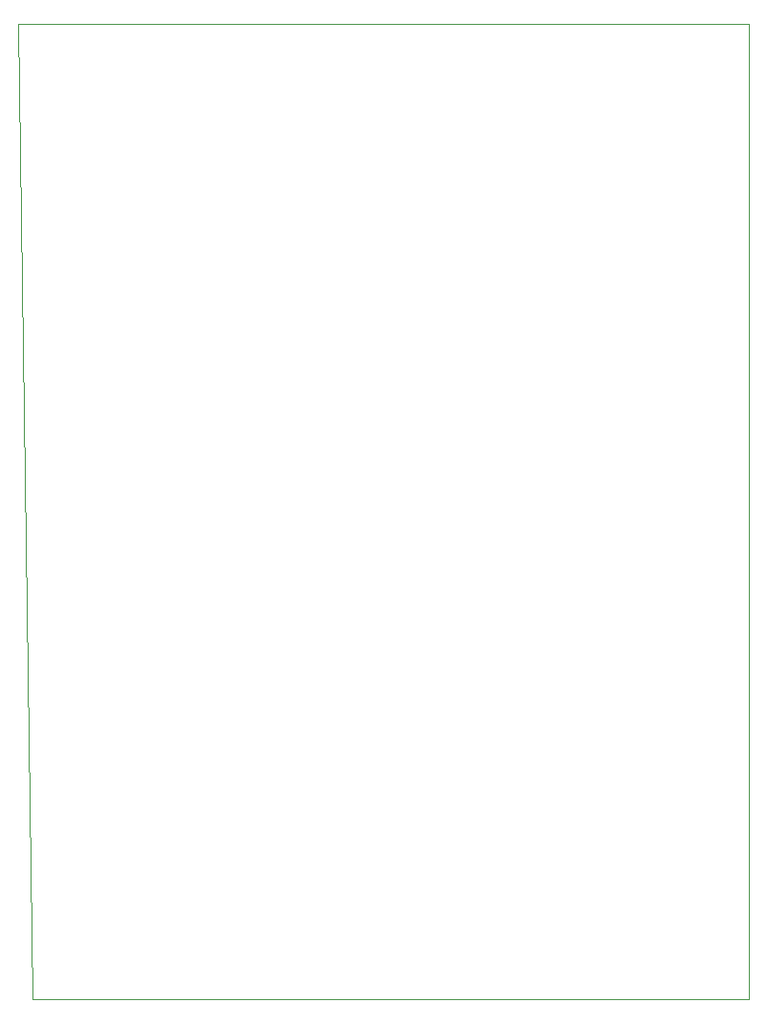
<source format=gko>
G75*
%MOIN*%
%OFA0B0*%
%FSLAX25Y25*%
%IPPOS*%
%LPD*%
%AMOC8*
5,1,8,0,0,1.08239X$1,22.5*
%
%ADD10C,0.00000*%
D10*
X0030337Y0001000D02*
X0025337Y0341000D01*
X0280337Y0341000D01*
X0280337Y0001000D01*
X0030337Y0001000D01*
M02*

</source>
